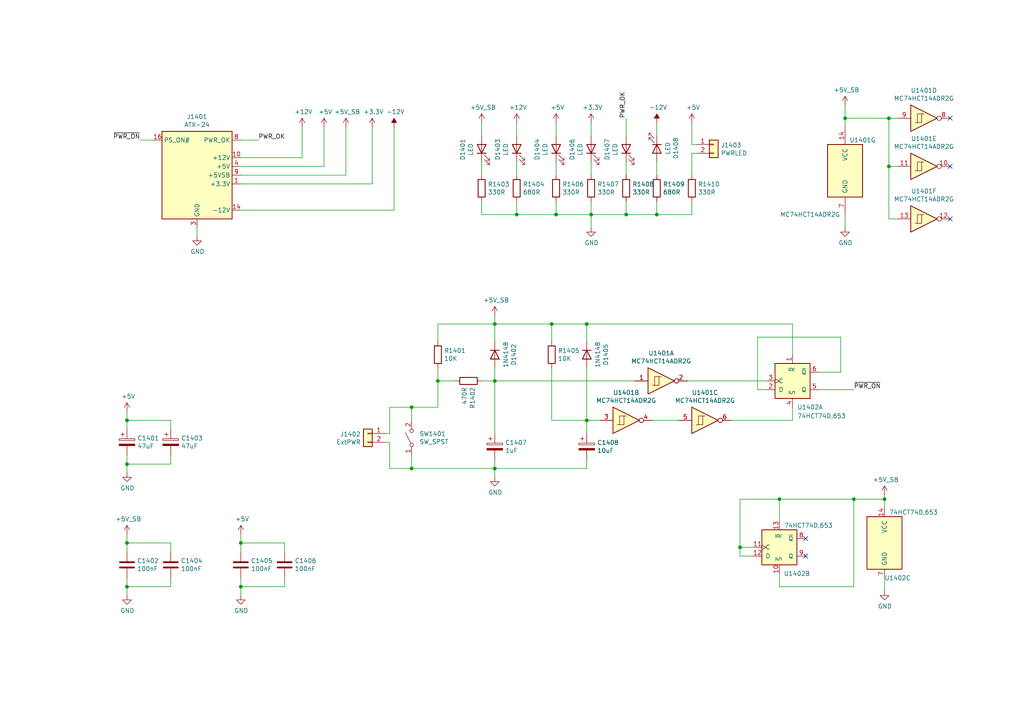
<source format=kicad_sch>
(kicad_sch (version 20211123) (generator eeschema)
  (paper "A4")
  (title_block (title "Y Ddraig Fawr") (company "Stephen Moody"))
  (lib_symbols
    (symbol "1N4148_1" (pin_numbers hide) (pin_names hide)
      (property "Reference" "D" (at 0 2.54 0))
      (property "Value" "1N4148_1" (at 0 -2.54 0))
      (symbol "1N4148_1_0_1"
        (polyline (pts (xy -1.27 1.27) (xy -1.27 -1.27)) (stroke (width 0.254)))
        (polyline (pts (xy 1.27 0) (xy -1.27 0)))
        (polyline (pts (xy 1.27 1.27) (xy 1.27 -1.27) (xy -1.27 0) (xy 1.27 1.27)) (stroke (width 0.254)))
      )
      (symbol "1N4148_1_1_1"
        (pin passive line (at -3.81 0 0) (length 2.54) (name "K") (number "1"))
        (pin passive line (at 3.81 0 180) (length 2.54) (name "A") (number "2"))
      )
    )
    (symbol "74xx:74LS14" (pin_names (offset 1.016))
      (property "Reference" "U" (at 0 1.27 0))
      (property "Value" "74LS14" (at 0 -1.27 0))
      (symbol "74LS14_1_0"
        (polyline (pts (xy -3.81 3.81) (xy -3.81 -3.81) (xy 3.81 0) (xy -3.81 3.81)) (stroke (width 0.254)) (fill (type background)))
        (pin input line (at -7.62 0 0) (length 3.81) (name "~") (number "1"))
        (pin output inverted (at 7.62 0 180) (length 3.81) (name "~") (number "2"))
      )
      (symbol "74LS14_1_1"
        (polyline (pts (xy -1.905 -1.27) (xy -1.905 1.27) (xy -0.635 1.27)))
        (polyline (pts (xy -2.54 -1.27) (xy -0.635 -1.27) (xy -0.635 1.27) (xy 0 1.27)))
      )
      (symbol "74LS14_2_0"
        (polyline (pts (xy -3.81 3.81) (xy -3.81 -3.81) (xy 3.81 0) (xy -3.81 3.81)) (stroke (width 0.254)) (fill (type background)))
        (pin input line (at -7.62 0 0) (length 3.81) (name "~") (number "3"))
        (pin output inverted (at 7.62 0 180) (length 3.81) (name "~") (number "4"))
      )
      (symbol "74LS14_2_1"
        (polyline (pts (xy -1.905 -1.27) (xy -1.905 1.27) (xy -0.635 1.27)))
        (polyline (pts (xy -2.54 -1.27) (xy -0.635 -1.27) (xy -0.635 1.27) (xy 0 1.27)))
      )
      (symbol "74LS14_3_0"
        (polyline (pts (xy -3.81 3.81) (xy -3.81 -3.81) (xy 3.81 0) (xy -3.81 3.81)) (stroke (width 0.254)) (fill (type background)))
        (pin input line (at -7.62 0 0) (length 3.81) (name "~") (number "5"))
        (pin output inverted (at 7.62 0 180) (length 3.81) (name "~") (number "6"))
      )
      (symbol "74LS14_3_1"
        (polyline (pts (xy -1.905 -1.27) (xy -1.905 1.27) (xy -0.635 1.27)))
        (polyline (pts (xy -2.54 -1.27) (xy -0.635 -1.27) (xy -0.635 1.27) (xy 0 1.27)))
      )
      (symbol "74LS14_4_0"
        (polyline (pts (xy -3.81 3.81) (xy -3.81 -3.81) (xy 3.81 0) (xy -3.81 3.81)) (stroke (width 0.254)) (fill (type background)))
        (pin output inverted (at 7.62 0 180) (length 3.81) (name "~") (number "8"))
        (pin input line (at -7.62 0 0) (length 3.81) (name "~") (number "9"))
      )
      (symbol "74LS14_4_1"
        (polyline (pts (xy -1.905 -1.27) (xy -1.905 1.27) (xy -0.635 1.27)))
        (polyline (pts (xy -2.54 -1.27) (xy -0.635 -1.27) (xy -0.635 1.27) (xy 0 1.27)))
      )
      (symbol "74LS14_5_0"
        (polyline (pts (xy -3.81 3.81) (xy -3.81 -3.81) (xy 3.81 0) (xy -3.81 3.81)) (stroke (width 0.254)) (fill (type background)))
        (pin output inverted (at 7.62 0 180) (length 3.81) (name "~") (number "10"))
        (pin input line (at -7.62 0 0) (length 3.81) (name "~") (number "11"))
      )
      (symbol "74LS14_5_1"
        (polyline (pts (xy -1.905 -1.27) (xy -1.905 1.27) (xy -0.635 1.27)))
        (polyline (pts (xy -2.54 -1.27) (xy -0.635 -1.27) (xy -0.635 1.27) (xy 0 1.27)))
      )
      (symbol "74LS14_6_0"
        (polyline (pts (xy -3.81 3.81) (xy -3.81 -3.81) (xy 3.81 0) (xy -3.81 3.81)) (stroke (width 0.254)) (fill (type background)))
        (pin output inverted (at 7.62 0 180) (length 3.81) (name "~") (number "12"))
        (pin input line (at -7.62 0 0) (length 3.81) (name "~") (number "13"))
      )
      (symbol "74LS14_6_1"
        (polyline (pts (xy -1.905 -1.27) (xy -1.905 1.27) (xy -0.635 1.27)))
        (polyline (pts (xy -2.54 -1.27) (xy -0.635 -1.27) (xy -0.635 1.27) (xy 0 1.27)))
      )
      (symbol "74LS14_7_0"
        (pin power_in line (at 0 12.7 270) (length 5.08) (name "VCC") (number "14"))
        (pin power_in line (at 0 -12.7 90) (length 5.08) (name "GND") (number "7"))
      )
      (symbol "74LS14_7_1"
        (rectangle (start -5.08 7.62) (end 5.08 -7.62) (stroke (width 0.254)) (fill (type background)))
      )
    )
    (symbol "74xx:74LS74" (pin_names (offset 1.016))
      (property "Reference" "U" (at -7.62 8.89 0))
      (property "Value" "74LS74" (at -7.62 -8.89 0))
      (symbol "74LS74_1_0"
        (pin input line (at 0 -7.62 90) (length 2.54) (name "~{R}") (number "1"))
        (pin input line (at -7.62 2.54 0) (length 2.54) (name "D") (number "2"))
        (pin input clock (at -7.62 0 0) (length 2.54) (name "C") (number "3"))
        (pin input line (at 0 7.62 270) (length 2.54) (name "~{S}") (number "4"))
        (pin output line (at 7.62 2.54 180) (length 2.54) (name "Q") (number "5"))
        (pin output line (at 7.62 -2.54 180) (length 2.54) (name "~{Q}") (number "6"))
      )
      (symbol "74LS74_1_1"
        (rectangle (start -5.08 5.08) (end 5.08 -5.08) (stroke (width 0.254)) (fill (type background)))
      )
      (symbol "74LS74_2_0"
        (pin input line (at 0 7.62 270) (length 2.54) (name "~{S}") (number "10"))
        (pin input clock (at -7.62 0 0) (length 2.54) (name "C") (number "11"))
        (pin input line (at -7.62 2.54 0) (length 2.54) (name "D") (number "12"))
        (pin input line (at 0 -7.62 90) (length 2.54) (name "~{R}") (number "13"))
        (pin output line (at 7.62 -2.54 180) (length 2.54) (name "~{Q}") (number "8"))
        (pin output line (at 7.62 2.54 180) (length 2.54) (name "Q") (number "9"))
      )
      (symbol "74LS74_2_1"
        (rectangle (start -5.08 5.08) (end 5.08 -5.08) (stroke (width 0.254)) (fill (type background)))
      )
      (symbol "74LS74_3_0"
        (pin power_in line (at 0 10.16 270) (length 2.54) (name "VCC") (number "14"))
        (pin power_in line (at 0 -10.16 90) (length 2.54) (name "GND") (number "7"))
      )
      (symbol "74LS74_3_1"
        (rectangle (start -5.08 7.62) (end 5.08 -7.62) (stroke (width 0.254)) (fill (type background)))
      )
    )
    (symbol "Connector_Generic:Conn_01x02" (pin_names (offset 1.016) hide)
      (property "Reference" "J" (at 0 2.54 0))
      (property "Value" "Conn_01x02" (at 0 -5.08 0))
      (symbol "Conn_01x02_1_1"
        (rectangle (start -1.27 -2.413) (end 0 -2.667) (stroke (width 0.1524)))
        (rectangle (start -1.27 0.127) (end 0 -0.127) (stroke (width 0.1524)))
        (rectangle (start -1.27 1.27) (end 1.27 -3.81) (stroke (width 0.254)) (fill (type background)))
        (pin passive line (at -5.08 0 0) (length 3.81) (name "Pin_1") (number "1"))
        (pin passive line (at -5.08 -2.54 0) (length 3.81) (name "Pin_2") (number "2"))
      )
    )
    (symbol "Ddraig:+5V_SB" (power) (pin_names (offset 0))
      (property "Value" "+5V_SB" (at 0 3.556 0))
      (symbol "+5V_SB_0_1"
        (polyline (pts (xy -0.762 1.27) (xy 0 2.54)))
        (polyline (pts (xy 0 0) (xy 0 2.54)))
        (polyline (pts (xy 0 2.54) (xy 0.762 1.27)))
      )
      (symbol "+5V_SB_1_1"
        (pin power_in line (at 0 0 90) (length 0) hide (name "+5V_SB") (number "1"))
      )
    )
    (symbol "Ddraig:ATX-24"
      (property "Reference" "J" (at -8.89 13.97 0))
      (property "Value" "ATX-24" (at 6.35 13.97 0))
      (symbol "ATX-24_0_1"
        (rectangle (start -10.16 12.7) (end 10.16 -12.7) (stroke (width 0.254)) (fill (type background)))
      )
      (symbol "ATX-24_1_1"
        (pin power_out line (at 12.7 -2.54 180) (length 2.54) (name "+3.3V") (number "1"))
        (pin power_out line (at 12.7 5.08 180) (length 2.54) (name "+12V") (number "10"))
        (pin passive line (at 12.7 5.08 180) (length 2.54) hide (name "+12V") (number "11"))
        (pin passive line (at 12.7 -2.54 180) (length 2.54) hide (name "+3.3V") (number "12"))
        (pin passive line (at 12.7 -2.54 180) (length 2.54) hide (name "+3.3V") (number "13"))
        (pin power_out line (at 12.7 -10.16 180) (length 2.54) (name "-12V") (number "14"))
        (pin passive line (at 0 -15.24 90) (length 2.54) hide (name "GND") (number "15"))
        (pin input line (at -12.7 10.16 0) (length 2.54) (name "PS_ON#") (number "16"))
        (pin passive line (at 0 -15.24 90) (length 2.54) hide (name "GND") (number "17"))
        (pin passive line (at 0 -15.24 90) (length 2.54) hide (name "GND") (number "18"))
        (pin passive line (at 0 -15.24 90) (length 2.54) hide (name "GND") (number "19"))
        (pin passive line (at 12.7 -2.54 180) (length 2.54) hide (name "+3.3V") (number "2"))
        (pin no_connect line (at -10.16 0 0) (length 2.54) hide (name "NC") (number "20"))
        (pin passive line (at 12.7 2.54 180) (length 2.54) hide (name "+5V") (number "21"))
        (pin passive line (at 12.7 2.54 180) (length 2.54) hide (name "+5V") (number "22"))
        (pin passive line (at 12.7 2.54 180) (length 2.54) hide (name "+5V") (number "23"))
        (pin passive line (at 0 -15.24 90) (length 2.54) hide (name "GND") (number "24"))
        (pin power_out line (at 0 -15.24 90) (length 2.54) (name "GND") (number "3"))
        (pin power_out line (at 12.7 2.54 180) (length 2.54) (name "+5V") (number "4"))
        (pin passive line (at 0 -15.24 90) (length 2.54) hide (name "GND") (number "5"))
        (pin passive line (at 12.7 2.54 180) (length 2.54) hide (name "+5V") (number "6"))
        (pin passive line (at 0 -15.24 90) (length 2.54) hide (name "GND") (number "7"))
        (pin output line (at 12.7 10.16 180) (length 2.54) (name "PWR_OK") (number "8"))
        (pin power_out line (at 12.7 0 180) (length 2.54) (name "+5VSB") (number "9"))
      )
    )
    (symbol "Device:C" (pin_numbers hide) (pin_names (offset 0.254))
      (property "Reference" "C" (at 0.635 2.54 0))
      (property "Value" "C" (at 0.635 -2.54 0))
      (symbol "C_0_1"
        (polyline (pts (xy -2.032 -0.762) (xy 2.032 -0.762)) (stroke (width 0.508)))
        (polyline (pts (xy -2.032 0.762) (xy 2.032 0.762)) (stroke (width 0.508)))
      )
      (symbol "C_1_1"
        (pin passive line (at 0 3.81 270) (length 2.794) (name "~") (number "1"))
        (pin passive line (at 0 -3.81 90) (length 2.794) (name "~") (number "2"))
      )
    )
    (symbol "Device:C_Polarized" (pin_numbers hide) (pin_names (offset 0.254))
      (property "Reference" "C" (at 0.635 2.54 0))
      (property "Value" "C_Polarized" (at 0.635 -2.54 0))
      (symbol "C_Polarized_0_1"
        (rectangle (start -2.286 0.508) (end 2.286 1.016))
        (polyline (pts (xy -1.778 2.286) (xy -0.762 2.286)))
        (polyline (pts (xy -1.27 2.794) (xy -1.27 1.778)))
        (rectangle (start 2.286 -0.508) (end -2.286 -1.016) (fill (type outline)))
      )
      (symbol "C_Polarized_1_1"
        (pin passive line (at 0 3.81 270) (length 2.794) (name "~") (number "1"))
        (pin passive line (at 0 -3.81 90) (length 2.794) (name "~") (number "2"))
      )
    )
    (symbol "Device:LED" (pin_numbers hide) (pin_names (offset 1.016) hide)
      (property "Reference" "D" (at 0 2.54 0))
      (property "Value" "LED" (at 0 -2.54 0))
      (symbol "LED_0_1"
        (polyline (pts (xy -1.27 -1.27) (xy -1.27 1.27)) (stroke (width 0.254)))
        (polyline (pts (xy -1.27 0) (xy 1.27 0)))
        (polyline (pts (xy 1.27 -1.27) (xy 1.27 1.27) (xy -1.27 0) (xy 1.27 -1.27)) (stroke (width 0.254)))
        (polyline (pts (xy -3.048 -0.762) (xy -4.572 -2.286) (xy -3.81 -2.286) (xy -4.572 -2.286) (xy -4.572 -1.524)))
        (polyline (pts (xy -1.778 -0.762) (xy -3.302 -2.286) (xy -2.54 -2.286) (xy -3.302 -2.286) (xy -3.302 -1.524)))
      )
      (symbol "LED_1_1"
        (pin passive line (at -3.81 0 0) (length 2.54) (name "K") (number "1"))
        (pin passive line (at 3.81 0 180) (length 2.54) (name "A") (number "2"))
      )
    )
    (symbol "Device:R" (pin_numbers hide) (pin_names (offset 0))
      (property "Reference" "R" (at 2.032 0 90))
      (property "Value" "R" (at 0 0 90))
      (symbol "R_0_1"
        (rectangle (start -1.016 -2.54) (end 1.016 2.54) (stroke (width 0.254)))
      )
      (symbol "R_1_1"
        (pin passive line (at 0 3.81 270) (length 1.27) (name "~") (number "1"))
        (pin passive line (at 0 -3.81 90) (length 1.27) (name "~") (number "2"))
      )
    )
    (symbol "Diode:1N4148" (pin_numbers hide) (pin_names hide)
      (property "Reference" "D" (at 0 2.54 0))
      (property "Value" "1N4148" (at 0 -2.54 0))
      (symbol "1N4148_0_1"
        (polyline (pts (xy -1.27 1.27) (xy -1.27 -1.27)) (stroke (width 0.254)))
        (polyline (pts (xy 1.27 0) (xy -1.27 0)))
        (polyline (pts (xy 1.27 1.27) (xy 1.27 -1.27) (xy -1.27 0) (xy 1.27 1.27)) (stroke (width 0.254)))
      )
      (symbol "1N4148_1_1"
        (pin passive line (at -3.81 0 0) (length 2.54) (name "K") (number "1"))
        (pin passive line (at 3.81 0 180) (length 2.54) (name "A") (number "2"))
      )
    )
    (symbol "Switch:SW_SPST" (pin_names (offset 0) hide)
      (property "Reference" "SW" (at 0 3.175 0))
      (property "Value" "SW_SPST" (at 0 -2.54 0))
      (symbol "SW_SPST_0_0"
        (circle (center -2.032 0) (radius 0.508))
        (polyline (pts (xy -1.524 0.254) (xy 1.524 1.778)))
        (circle (center 2.032 0) (radius 0.508))
      )
      (symbol "SW_SPST_1_1"
        (pin passive line (at -5.08 0 0) (length 2.54) (name "A") (number "1"))
        (pin passive line (at 5.08 0 180) (length 2.54) (name "B") (number "2"))
      )
    )
    (symbol "power:+12V" (power) (pin_names (offset 0))
      (property "Value" "+12V" (at 0 3.556 0))
      (symbol "+12V_0_1"
        (polyline (pts (xy -0.762 1.27) (xy 0 2.54)))
        (polyline (pts (xy 0 0) (xy 0 2.54)))
        (polyline (pts (xy 0 2.54) (xy 0.762 1.27)))
      )
      (symbol "+12V_1_1"
        (pin power_in line (at 0 0 90) (length 0) hide (name "+12V") (number "1"))
      )
    )
    (symbol "power:+3.3V" (power) (pin_names (offset 0))
      (property "Value" "+3.3V" (at 0 3.556 0))
      (symbol "+3.3V_0_1"
        (polyline (pts (xy -0.762 1.27) (xy 0 2.54)))
        (polyline (pts (xy 0 0) (xy 0 2.54)))
        (polyline (pts (xy 0 2.54) (xy 0.762 1.27)))
      )
      (symbol "+3.3V_1_1"
        (pin power_in line (at 0 0 90) (length 0) hide (name "+3.3V") (number "1"))
      )
    )
    (symbol "power:+5V" (power) (pin_names (offset 0))
      (property "Value" "+5V" (at 0 3.556 0))
      (symbol "+5V_0_1"
        (polyline (pts (xy -0.762 1.27) (xy 0 2.54)))
        (polyline (pts (xy 0 0) (xy 0 2.54)))
        (polyline (pts (xy 0 2.54) (xy 0.762 1.27)))
      )
      (symbol "+5V_1_1"
        (pin power_in line (at 0 0 90) (length 0) hide (name "+5V") (number "1"))
      )
    )
    (symbol "power:-12V" (power) (pin_names (offset 0))
      (property "Value" "-12V" (at 0 3.81 0))
      (symbol "-12V_0_0"
        (pin power_in line (at 0 0 90) (length 0) hide (name "-12V") (number "1"))
      )
      (symbol "-12V_0_1"
        (polyline (pts (xy 0 0) (xy 0 1.27) (xy 0.762 1.27) (xy 0 2.54) (xy -0.762 1.27) (xy 0 1.27)) (fill (type outline)))
      )
    )
    (symbol "power:GND" (power) (pin_names (offset 0))
      (property "Value" "GND" (at 0 -3.81 0))
      (symbol "GND_0_1"
        (polyline (pts (xy 0 0) (xy 0 -1.27) (xy 1.27 -1.27) (xy 0 -2.54) (xy -1.27 -1.27) (xy 0 -1.27)))
      )
      (symbol "GND_1_1"
        (pin power_in line (at 0 0 270) (length 0) hide (name "GND") (number "1"))
      )
    )
  )
  (junction (at 247.65 144.78))
  (junction (at 160.02 93.98))
  (junction (at 257.81 48.26))
  (junction (at 143.51 110.49))
  (junction (at 245.11 34.29))
  (junction (at 257.81 34.29))
  (junction (at 149.86 62.23))
  (junction (at 170.18 93.98))
  (junction (at 256.54 144.78))
  (junction (at 214.63 158.75))
  (junction (at 36.83 170.18))
  (junction (at 226.06 144.78))
  (junction (at 36.83 157.48))
  (junction (at 161.29 62.23))
  (junction (at 119.38 118.11))
  (junction (at 143.51 93.98))
  (junction (at 143.51 135.89))
  (junction (at 36.83 134.62))
  (junction (at 36.83 121.92))
  (junction (at 181.61 62.23))
  (junction (at 190.5 62.23))
  (junction (at 119.38 135.89))
  (junction (at 127 110.49))
  (junction (at 69.85 170.18))
  (junction (at 170.18 121.92))
  (junction (at 69.85 157.48))
  (junction (at 171.45 62.23))
  (no_connect (at 275.59 63.5))
  (no_connect (at 233.68 161.29))
  (no_connect (at 233.68 156.21))
  (no_connect (at 275.59 48.26))
  (no_connect (at 275.59 34.29))
  (wire (pts (xy 190.5 50.8) (xy 190.5 46.99)))
  (wire (pts (xy 69.85 170.18) (xy 82.55 170.18)))
  (wire (pts (xy 143.51 135.89) (xy 143.51 138.43)))
  (wire (pts (xy 114.3 60.96) (xy 114.3 36.83)))
  (wire (pts (xy 119.38 121.92) (xy 119.38 118.11)))
  (wire (pts (xy 127 118.11) (xy 119.38 118.11)))
  (wire (pts (xy 161.29 46.99) (xy 161.29 50.8)))
  (wire (pts (xy 36.83 160.02) (xy 36.83 157.48)))
  (wire (pts (xy 189.23 121.92) (xy 196.85 121.92)))
  (wire (pts (xy 226.06 144.78) (xy 214.63 144.78)))
  (wire (pts (xy 149.86 62.23) (xy 161.29 62.23)))
  (wire (pts (xy 170.18 121.92) (xy 170.18 125.73)))
  (wire (pts (xy 49.53 170.18) (xy 49.53 167.64)))
  (wire (pts (xy 214.63 161.29) (xy 218.44 161.29)))
  (wire (pts (xy 237.49 113.03) (xy 247.65 113.03)))
  (wire (pts (xy 36.83 121.92) (xy 36.83 119.38)))
  (wire (pts (xy 245.11 36.83) (xy 245.11 34.29)))
  (wire (pts (xy 100.33 50.8) (xy 100.33 36.83)))
  (wire (pts (xy 212.09 121.92) (xy 229.87 121.92)))
  (wire (pts (xy 139.7 35.56) (xy 139.7 39.37)))
  (wire (pts (xy 257.81 34.29) (xy 260.35 34.29)))
  (wire (pts (xy 160.02 93.98) (xy 170.18 93.98)))
  (wire (pts (xy 237.49 107.95) (xy 243.84 107.95)))
  (wire (pts (xy 113.03 118.11) (xy 119.38 118.11)))
  (wire (pts (xy 143.51 133.35) (xy 143.51 135.89)))
  (wire (pts (xy 149.86 46.99) (xy 149.86 50.8)))
  (wire (pts (xy 69.85 157.48) (xy 82.55 157.48)))
  (wire (pts (xy 161.29 58.42) (xy 161.29 62.23)))
  (wire (pts (xy 69.85 157.48) (xy 69.85 154.94)))
  (wire (pts (xy 257.81 48.26) (xy 257.81 63.5)))
  (wire (pts (xy 69.85 48.26) (xy 93.98 48.26)))
  (wire (pts (xy 257.81 34.29) (xy 257.81 48.26)))
  (wire (pts (xy 36.83 170.18) (xy 36.83 167.64)))
  (wire (pts (xy 69.85 60.96) (xy 114.3 60.96)))
  (wire (pts (xy 143.51 110.49) (xy 143.51 125.73)))
  (wire (pts (xy 93.98 48.26) (xy 93.98 36.83)))
  (wire (pts (xy 247.65 144.78) (xy 226.06 144.78)))
  (wire (pts (xy 256.54 144.78) (xy 256.54 147.32)))
  (wire (pts (xy 199.39 110.49) (xy 222.25 110.49)))
  (wire (pts (xy 160.02 99.06) (xy 160.02 93.98)))
  (wire (pts (xy 113.03 128.27) (xy 113.03 135.89)))
  (wire (pts (xy 171.45 66.04) (xy 171.45 62.23)))
  (wire (pts (xy 161.29 62.23) (xy 171.45 62.23)))
  (wire (pts (xy 49.53 134.62) (xy 49.53 132.08)))
  (wire (pts (xy 171.45 39.37) (xy 171.45 35.56)))
  (wire (pts (xy 190.5 58.42) (xy 190.5 62.23)))
  (wire (pts (xy 69.85 50.8) (xy 100.33 50.8)))
  (wire (pts (xy 190.5 39.37) (xy 190.5 35.56)))
  (wire (pts (xy 149.86 58.42) (xy 149.86 62.23)))
  (wire (pts (xy 36.83 134.62) (xy 36.83 132.08)))
  (wire (pts (xy 201.93 44.45) (xy 200.66 44.45)))
  (wire (pts (xy 171.45 50.8) (xy 171.45 46.99)))
  (wire (pts (xy 170.18 135.89) (xy 170.18 133.35)))
  (wire (pts (xy 170.18 121.92) (xy 170.18 106.68)))
  (wire (pts (xy 69.85 45.72) (xy 87.63 45.72)))
  (wire (pts (xy 219.71 113.03) (xy 222.25 113.03)))
  (wire (pts (xy 127 106.68) (xy 127 110.49)))
  (wire (pts (xy 200.66 44.45) (xy 200.66 50.8)))
  (wire (pts (xy 161.29 35.56) (xy 161.29 39.37)))
  (wire (pts (xy 243.84 107.95) (xy 243.84 97.79)))
  (wire (pts (xy 143.51 91.44) (xy 143.51 93.98)))
  (wire (pts (xy 171.45 58.42) (xy 171.45 62.23)))
  (wire (pts (xy 82.55 170.18) (xy 82.55 167.64)))
  (wire (pts (xy 245.11 34.29) (xy 245.11 30.48)))
  (wire (pts (xy 226.06 166.37) (xy 226.06 170.18)))
  (wire (pts (xy 127 93.98) (xy 127 99.06)))
  (wire (pts (xy 36.83 124.46) (xy 36.83 121.92)))
  (wire (pts (xy 143.51 93.98) (xy 143.51 99.06)))
  (wire (pts (xy 127 110.49) (xy 127 118.11)))
  (wire (pts (xy 214.63 158.75) (xy 218.44 158.75)))
  (wire (pts (xy 113.03 135.89) (xy 119.38 135.89)))
  (wire (pts (xy 219.71 97.79) (xy 219.71 113.03)))
  (wire (pts (xy 214.63 144.78) (xy 214.63 158.75)))
  (wire (pts (xy 200.66 41.91) (xy 200.66 35.56)))
  (wire (pts (xy 257.81 63.5) (xy 260.35 63.5)))
  (wire (pts (xy 247.65 170.18) (xy 247.65 144.78)))
  (wire (pts (xy 245.11 34.29) (xy 257.81 34.29)))
  (wire (pts (xy 143.51 93.98) (xy 160.02 93.98)))
  (wire (pts (xy 36.83 137.16) (xy 36.83 134.62)))
  (wire (pts (xy 111.76 125.73) (xy 113.03 125.73)))
  (wire (pts (xy 36.83 172.72) (xy 36.83 170.18)))
  (wire (pts (xy 139.7 46.99) (xy 139.7 50.8)))
  (wire (pts (xy 119.38 135.89) (xy 143.51 135.89)))
  (wire (pts (xy 181.61 46.99) (xy 181.61 50.8)))
  (wire (pts (xy 36.83 170.18) (xy 49.53 170.18)))
  (wire (pts (xy 170.18 93.98) (xy 229.87 93.98)))
  (wire (pts (xy 69.85 53.34) (xy 107.95 53.34)))
  (wire (pts (xy 143.51 135.89) (xy 170.18 135.89)))
  (wire (pts (xy 200.66 62.23) (xy 200.66 58.42)))
  (wire (pts (xy 226.06 170.18) (xy 247.65 170.18)))
  (wire (pts (xy 119.38 132.08) (xy 119.38 135.89)))
  (wire (pts (xy 181.61 62.23) (xy 190.5 62.23)))
  (wire (pts (xy 44.45 40.64) (xy 40.64 40.64)))
  (wire (pts (xy 69.85 160.02) (xy 69.85 157.48)))
  (wire (pts (xy 143.51 93.98) (xy 127 93.98)))
  (wire (pts (xy 69.85 172.72) (xy 69.85 170.18)))
  (wire (pts (xy 160.02 121.92) (xy 160.02 106.68)))
  (wire (pts (xy 139.7 110.49) (xy 143.51 110.49)))
  (wire (pts (xy 49.53 157.48) (xy 49.53 160.02)))
  (wire (pts (xy 170.18 99.06) (xy 170.18 93.98)))
  (wire (pts (xy 229.87 93.98) (xy 229.87 102.87)))
  (wire (pts (xy 87.63 45.72) (xy 87.63 36.83)))
  (wire (pts (xy 69.85 170.18) (xy 69.85 167.64)))
  (wire (pts (xy 256.54 167.64) (xy 256.54 171.45)))
  (wire (pts (xy 243.84 97.79) (xy 219.71 97.79)))
  (wire (pts (xy 69.85 40.64) (xy 74.93 40.64)))
  (wire (pts (xy 201.93 41.91) (xy 200.66 41.91)))
  (wire (pts (xy 139.7 58.42) (xy 139.7 62.23)))
  (wire (pts (xy 107.95 53.34) (xy 107.95 36.83)))
  (wire (pts (xy 36.83 157.48) (xy 49.53 157.48)))
  (wire (pts (xy 181.61 39.37) (xy 181.61 34.29)))
  (wire (pts (xy 149.86 39.37) (xy 149.86 35.56)))
  (wire (pts (xy 245.11 66.04) (xy 245.11 62.23)))
  (wire (pts (xy 257.81 48.26) (xy 260.35 48.26)))
  (wire (pts (xy 139.7 62.23) (xy 149.86 62.23)))
  (wire (pts (xy 113.03 125.73) (xy 113.03 118.11)))
  (wire (pts (xy 49.53 121.92) (xy 49.53 124.46)))
  (wire (pts (xy 214.63 158.75) (xy 214.63 161.29)))
  (wire (pts (xy 36.83 121.92) (xy 49.53 121.92)))
  (wire (pts (xy 181.61 58.42) (xy 181.61 62.23)))
  (wire (pts (xy 170.18 121.92) (xy 160.02 121.92)))
  (wire (pts (xy 173.99 121.92) (xy 170.18 121.92)))
  (wire (pts (xy 57.15 68.58) (xy 57.15 66.04)))
  (wire (pts (xy 36.83 157.48) (xy 36.83 154.94)))
  (wire (pts (xy 36.83 134.62) (xy 49.53 134.62)))
  (wire (pts (xy 132.08 110.49) (xy 127 110.49)))
  (wire (pts (xy 247.65 144.78) (xy 256.54 144.78)))
  (wire (pts (xy 111.76 128.27) (xy 113.03 128.27)))
  (wire (pts (xy 82.55 157.48) (xy 82.55 160.02)))
  (wire (pts (xy 171.45 62.23) (xy 181.61 62.23)))
  (wire (pts (xy 256.54 143.51) (xy 256.54 144.78)))
  (wire (pts (xy 190.5 62.23) (xy 200.66 62.23)))
  (wire (pts (xy 143.51 106.68) (xy 143.51 110.49)))
  (wire (pts (xy 229.87 121.92) (xy 229.87 118.11)))
  (wire (pts (xy 143.51 110.49) (xy 184.15 110.49)))
  (wire (pts (xy 226.06 144.78) (xy 226.06 151.13)))
  (label "~{PWR_ON}" (at 40.64 40.64 180))
  (label "PWR_OK" (at 74.93 40.64 0))
  (label "PWR_OK" (at 181.61 34.29 90))
  (label "~{PWR_ON}" (at 247.65 113.03 0))
  (symbol (lib_id "Ddraig:ATX-24") (at 57.15 50.8 0) (unit 1)
    (property "Reference" "J1401" (at 57.15 33.8582 0))
    (property "Value" "ATX-24" (at 57.15 36.1696 0))
    (property "Footprint" "Ddraig:1-1775099-3" (effects hide))
    (property "Datasheet" "https://www.intel.com/content/dam/www/public/us/en/documents/guides/power-supply-design-guide-june.pdf#page=33" (effects hide))
  )
  (symbol (lib_id "Device:R") (at 160.02 102.87 0) (unit 1)
    (property "Reference" "R1405" (at 161.798 101.7016 0) (effects (justify left)))
    (property "Value" "10K" (at 161.798 104.013 0) (effects (justify left)))
    (property "Footprint" "Resistor_SMD:R_0805_2012Metric" (effects hide))
  )
  (symbol (lib_id "74xx:74LS14") (at 191.77 110.49 0) (unit 1)
    (property "Reference" "U1401" (at 191.77 102.4382 0))
    (property "Value" "MC74HCT14ADR2G" (at 191.77 104.7496 0))
    (property "Footprint" "Package_SO:SOIC-14_3.9x8.7mm_P1.27mm" (effects hide))
    (property "Datasheet" "http://www.ti.com/lit/gpn/sn74LS14" (effects hide))
  )
  (symbol (lib_id "74xx:74LS74") (at 229.87 110.49 0) (mirror x) (unit 1)
    (property "Reference" "U1402" (at 234.95 118.11 0))
    (property "Value" "74HCT74D,653 " (at 238.76 120.65 0))
    (property "Footprint" "Package_SO:SOIC-14_3.9x8.7mm_P1.27mm" (effects hide))
    (property "Datasheet" "74xx/74hc_hct74.pdf" (effects hide))
  )
  (symbol (lib_id "Device:C_Polarized") (at 170.18 129.54 0) (unit 1)
    (property "Reference" "C1408" (at 173.1772 128.3716 0) (effects (justify left)))
    (property "Value" "10uF" (at 173.1772 130.683 0) (effects (justify left)))
    (property "Footprint" "Capacitor_SMD:CP_Elec_4x5.3" (effects hide))
  )
  (symbol (lib_id "Diode:1N4148") (at 170.18 102.87 270) (unit 1)
    (property "Reference" "D1405" (at 175.6918 102.87 0))
    (property "Value" "1N4148" (at 173.3804 102.87 0))
    (property "Footprint" "Diode_SMD:D_SOD-323" (effects hide))
    (property "Datasheet" "https://assets.nexperia.com/documents/data-sheet/1N4148_1N4448.pdf" (effects hide))
  )
  (symbol (lib_id "Device:LED") (at 190.5 43.18 270) (unit 1)
    (property "Reference" "D1408" (at 196.0118 43.0022 0))
    (property "Value" "LED" (at 193.7004 43.0022 0))
    (property "Footprint" "LED_SMD:LED_1206_3216Metric" (effects hide))
  )
  (symbol (lib_id "Connector_Generic:Conn_01x02") (at 106.68 125.73 0) (mirror y) (unit 1)
    (property "Reference" "J1402" (at 104.648 125.9332 0) (effects (justify left)))
    (property "Value" "ExtPWR" (at 104.648 128.2446 0) (effects (justify left)))
    (property "Footprint" "Connector_PinHeader_2.54mm:PinHeader_1x02_P2.54mm_Vertical" (effects hide))
  )
  (symbol (lib_id "power:GND") (at 57.15 68.58 0) (unit 1)
    (property "Reference" "#PWR01405" (effects hide))
    (property "Value" "GND" (at 57.277 72.9742 0))
  )
  (symbol (lib_id "power:+3.3V") (at 107.95 36.83 0) (unit 1)
    (property "Reference" "#PWR01411" (effects hide))
    (property "Value" "+3.3V" (at 108.331 32.4358 0))
  )
  (symbol (lib_id "power:+12V") (at 87.63 36.83 0) (unit 1)
    (property "Reference" "#PWR01408" (effects hide))
    (property "Value" "+12V" (at 88.011 32.4358 0))
  )
  (symbol (lib_id "power:-12V") (at 114.3 36.83 0) (unit 1)
    (property "Reference" "#PWR01412" (effects hide))
    (property "Value" "-12V" (at 114.681 32.4358 0))
  )
  (symbol (lib_id "74xx:74LS14") (at 204.47 121.92 0) (unit 3)
    (property "Reference" "U1401" (at 204.47 113.8682 0))
    (property "Value" "MC74HCT14ADR2G" (at 204.47 116.1796 0))
    (property "Footprint" "Package_SO:SOIC-14_3.9x8.7mm_P1.27mm" (effects hide))
    (property "Datasheet" "http://www.ti.com/lit/gpn/sn74LS14" (effects hide))
  )
  (symbol (lib_id "74xx:74LS14") (at 181.61 121.92 0) (unit 2)
    (property "Reference" "U1401" (at 181.61 113.8682 0))
    (property "Value" "MC74HCT14ADR2G" (at 181.61 116.1796 0))
    (property "Footprint" "Package_SO:SOIC-14_3.9x8.7mm_P1.27mm" (effects hide))
    (property "Datasheet" "http://www.ti.com/lit/gpn/sn74LS14" (effects hide))
  )
  (symbol (lib_id "Device:C") (at 36.83 163.83 0) (unit 1)
    (property "Reference" "C1402" (at 39.751 162.6616 0) (effects (justify left)))
    (property "Value" "100nF" (at 39.751 164.973 0) (effects (justify left)))
    (property "Footprint" "Capacitor_SMD:C_0805_2012Metric" (effects hide))
  )
  (symbol (lib_id "Ddraig:+5V_SB") (at 143.51 91.44 0) (unit 1)
    (property "Reference" "#PWR01414" (effects hide))
    (property "Value" "+5V_SB" (at 143.891 87.0458 0))
  )
  (symbol (lib_id "Device:C_Polarized") (at 143.51 129.54 0) (unit 1)
    (property "Reference" "C1407" (at 146.5072 128.3716 0) (effects (justify left)))
    (property "Value" "1uF" (at 146.5072 130.683 0) (effects (justify left)))
    (property "Footprint" "Capacitor_SMD:CP_Elec_4x5.3" (effects hide))
  )
  (symbol (lib_id "power:GND") (at 143.51 138.43 0) (unit 1)
    (property "Reference" "#PWR01415" (effects hide))
    (property "Value" "GND" (at 143.637 142.8242 0))
  )
  (symbol (lib_name "1N4148_1") (lib_id "Diode:1N4148") (at 143.51 102.87 270) (unit 1)
    (property "Reference" "D1402" (at 149.0218 102.87 0))
    (property "Value" "1N4148" (at 146.7104 102.87 0))
    (property "Footprint" "Diode_SMD:D_SOD-323" (effects hide))
    (property "Datasheet" "https://assets.nexperia.com/documents/data-sheet/1N4148_1N4448.pdf" (effects hide))
  )
  (symbol (lib_id "Device:R") (at 127 102.87 0) (unit 1)
    (property "Reference" "R1401" (at 128.778 101.7016 0) (effects (justify left)))
    (property "Value" "10K" (at 128.778 104.013 0) (effects (justify left)))
    (property "Footprint" "Resistor_SMD:R_0805_2012Metric" (effects hide))
  )
  (symbol (lib_id "Device:R") (at 135.89 110.49 270) (unit 1)
    (property "Reference" "R1402" (at 137.0584 112.268 0) (effects (justify left)))
    (property "Value" "470R" (at 134.747 112.268 0) (effects (justify left)))
    (property "Footprint" "Resistor_SMD:R_0805_2012Metric" (effects hide))
  )
  (symbol (lib_id "Ddraig:+5V_SB") (at 36.83 154.94 0) (unit 1)
    (property "Reference" "#PWR01403" (effects hide))
    (property "Value" "+5V_SB" (at 37.211 150.5458 0))
  )
  (symbol (lib_id "power:GND") (at 36.83 172.72 0) (unit 1)
    (property "Reference" "#PWR01404" (effects hide))
    (property "Value" "GND" (at 36.957 177.1142 0))
  )
  (symbol (lib_id "Device:C") (at 49.53 163.83 0) (unit 1)
    (property "Reference" "C1404" (at 52.451 162.6616 0) (effects (justify left)))
    (property "Value" "100nF" (at 52.451 164.973 0) (effects (justify left)))
    (property "Footprint" "Capacitor_SMD:C_0805_2012Metric" (effects hide))
  )
  (symbol (lib_id "Connector_Generic:Conn_01x02") (at 207.01 41.91 0) (unit 1)
    (property "Reference" "J1403" (at 209.042 42.1132 0) (effects (justify left)))
    (property "Value" "PWRLED" (at 209.042 44.4246 0) (effects (justify left)))
    (property "Footprint" "Connector_PinHeader_2.54mm:PinHeader_1x02_P2.54mm_Vertical" (effects hide))
  )
  (symbol (lib_id "Device:LED") (at 181.61 43.18 90) (unit 1)
    (property "Reference" "D1407" (at 176.0982 43.3578 0))
    (property "Value" "LED" (at 178.4096 43.3578 0))
    (property "Footprint" "LED_SMD:LED_1206_3216Metric" (effects hide))
  )
  (symbol (lib_id "Device:LED") (at 171.45 43.18 90) (unit 1)
    (property "Reference" "D1406" (at 165.9382 43.3578 0))
    (property "Value" "LED" (at 168.2496 43.3578 0))
    (property "Footprint" "LED_SMD:LED_1206_3216Metric" (effects hide))
  )
  (symbol (lib_id "Device:LED") (at 161.29 43.18 90) (unit 1)
    (property "Reference" "D1404" (at 155.7782 43.3578 0))
    (property "Value" "LED" (at 158.0896 43.3578 0))
    (property "Footprint" "LED_SMD:LED_1206_3216Metric" (effects hide))
  )
  (symbol (lib_id "Device:LED") (at 149.86 43.18 90) (unit 1)
    (property "Reference" "D1403" (at 144.3482 43.3578 0))
    (property "Value" "LED" (at 146.6596 43.3578 0))
    (property "Footprint" "LED_SMD:LED_1206_3216Metric" (effects hide))
  )
  (symbol (lib_id "Device:LED") (at 139.7 43.18 90) (unit 1)
    (property "Reference" "D1401" (at 134.1882 43.3578 0))
    (property "Value" "LED" (at 136.4996 43.3578 0))
    (property "Footprint" "LED_SMD:LED_1206_3216Metric" (effects hide))
  )
  (symbol (lib_id "Device:R") (at 200.66 54.61 0) (unit 1)
    (property "Reference" "R1410" (at 202.438 53.4416 0) (effects (justify left)))
    (property "Value" "330R" (at 202.438 55.753 0) (effects (justify left)))
    (property "Footprint" "Resistor_SMD:R_0805_2012Metric" (effects hide))
  )
  (symbol (lib_id "Device:R") (at 190.5 54.61 0) (unit 1)
    (property "Reference" "R1409" (at 192.278 53.4416 0) (effects (justify left)))
    (property "Value" "680R" (at 192.278 55.753 0) (effects (justify left)))
    (property "Footprint" "Resistor_SMD:R_0805_2012Metric" (effects hide))
  )
  (symbol (lib_id "Device:R") (at 181.61 54.61 0) (unit 1)
    (property "Reference" "R1408" (at 183.388 53.4416 0) (effects (justify left)))
    (property "Value" "330R" (at 183.388 55.753 0) (effects (justify left)))
    (property "Footprint" "Resistor_SMD:R_0805_2012Metric" (effects hide))
  )
  (symbol (lib_id "Device:R") (at 171.45 54.61 0) (unit 1)
    (property "Reference" "R1407" (at 173.228 53.4416 0) (effects (justify left)))
    (property "Value" "330R" (at 173.228 55.753 0) (effects (justify left)))
    (property "Footprint" "Resistor_SMD:R_0805_2012Metric" (effects hide))
  )
  (symbol (lib_id "Device:R") (at 161.29 54.61 0) (unit 1)
    (property "Reference" "R1406" (at 163.068 53.4416 0) (effects (justify left)))
    (property "Value" "330R" (at 163.068 55.753 0) (effects (justify left)))
    (property "Footprint" "Resistor_SMD:R_0805_2012Metric" (effects hide))
  )
  (symbol (lib_id "Device:R") (at 149.86 54.61 0) (unit 1)
    (property "Reference" "R1404" (at 151.638 53.4416 0) (effects (justify left)))
    (property "Value" "680R" (at 151.638 55.753 0) (effects (justify left)))
    (property "Footprint" "Resistor_SMD:R_0805_2012Metric" (effects hide))
  )
  (symbol (lib_id "Device:R") (at 139.7 54.61 0) (unit 1)
    (property "Reference" "R1403" (at 141.478 53.4416 0) (effects (justify left)))
    (property "Value" "330R" (at 141.478 55.753 0) (effects (justify left)))
    (property "Footprint" "Resistor_SMD:R_0805_2012Metric" (effects hide))
  )
  (symbol (lib_id "power:GND") (at 171.45 66.04 0) (unit 1)
    (property "Reference" "#PWR01419" (effects hide))
    (property "Value" "GND" (at 171.577 70.4342 0))
  )
  (symbol (lib_id "power:-12V") (at 190.5 35.56 0) (unit 1)
    (property "Reference" "#PWR01420" (effects hide))
    (property "Value" "-12V" (at 190.881 31.1658 0))
  )
  (symbol (lib_id "Ddraig:+5V_SB") (at 139.7 35.56 0) (unit 1)
    (property "Reference" "#PWR01413" (effects hide))
    (property "Value" "+5V_SB" (at 140.081 31.1658 0))
  )
  (symbol (lib_id "power:+12V") (at 149.86 35.56 0) (unit 1)
    (property "Reference" "#PWR01416" (effects hide))
    (property "Value" "+12V" (at 150.241 31.1658 0))
  )
  (symbol (lib_id "power:+5V") (at 161.29 35.56 0) (unit 1)
    (property "Reference" "#PWR01417" (effects hide))
    (property "Value" "+5V" (at 161.671 31.1658 0))
  )
  (symbol (lib_id "power:+5V") (at 200.66 35.56 0) (unit 1)
    (property "Reference" "#PWR01421" (effects hide))
    (property "Value" "+5V" (at 201.041 31.1658 0))
  )
  (symbol (lib_id "power:+3.3V") (at 171.45 35.56 0) (unit 1)
    (property "Reference" "#PWR01418" (effects hide))
    (property "Value" "+3.3V" (at 171.831 31.1658 0))
  )
  (symbol (lib_id "74xx:74LS14") (at 267.97 48.26 0) (unit 5)
    (property "Reference" "U1401" (at 267.97 40.2082 0))
    (property "Value" "MC74HCT14ADR2G" (at 267.97 42.5196 0))
    (property "Footprint" "Package_SO:SOIC-14_3.9x8.7mm_P1.27mm" (effects hide))
    (property "Datasheet" "http://www.ti.com/lit/gpn/sn74LS14" (effects hide))
  )
  (symbol (lib_id "74xx:74LS14") (at 267.97 63.5 0) (unit 6)
    (property "Reference" "U1401" (at 267.97 55.4482 0))
    (property "Value" "MC74HCT14ADR2G" (at 267.97 57.7596 0))
    (property "Footprint" "Package_SO:SOIC-14_3.9x8.7mm_P1.27mm" (effects hide))
    (property "Datasheet" "http://www.ti.com/lit/gpn/sn74LS14" (effects hide))
  )
  (symbol (lib_id "74xx:74LS14") (at 267.97 34.29 0) (unit 4)
    (property "Reference" "U1401" (at 267.97 26.2382 0))
    (property "Value" "MC74HCT14ADR2G" (at 267.97 28.5496 0))
    (property "Footprint" "Package_SO:SOIC-14_3.9x8.7mm_P1.27mm" (effects hide))
    (property "Datasheet" "http://www.ti.com/lit/gpn/sn74LS14" (effects hide))
  )
  (symbol (lib_id "74xx:74LS14") (at 245.11 49.53 0) (unit 7)
    (property "Reference" "U1401" (at 250.19 40.64 0))
    (property "Value" "MC74HCT14ADR2G" (at 234.95 62.23 0))
    (property "Footprint" "Package_SO:SOIC-14_3.9x8.7mm_P1.27mm" (effects hide))
    (property "Datasheet" "http://www.ti.com/lit/gpn/sn74LS14" (effects hide))
  )
  (symbol (lib_id "power:GND") (at 245.11 66.04 0) (unit 1)
    (property "Reference" "#PWR01423" (effects hide))
    (property "Value" "GND" (at 245.237 70.4342 0))
  )
  (symbol (lib_id "Ddraig:+5V_SB") (at 245.11 30.48 0) (unit 1)
    (property "Reference" "#PWR01422" (effects hide))
    (property "Value" "+5V_SB" (at 245.491 26.0858 0))
  )
  (symbol (lib_id "Ddraig:+5V_SB") (at 100.33 36.83 0) (unit 1)
    (property "Reference" "#PWR01410" (effects hide))
    (property "Value" "+5V_SB" (at 100.711 32.4358 0))
  )
  (symbol (lib_id "74xx:74LS74") (at 226.06 158.75 0) (mirror x) (unit 2)
    (property "Reference" "U1402" (at 231.14 166.37 0))
    (property "Value" "74HCT74D,653 " (at 234.95 152.4 0))
    (property "Footprint" "Package_SO:SOIC-14_3.9x8.7mm_P1.27mm" (effects hide))
    (property "Datasheet" "74xx/74hc_hct74.pdf" (effects hide))
  )
  (symbol (lib_id "74xx:74LS74") (at 256.54 157.48 0) (unit 3)
    (property "Reference" "U1402" (at 260.35 167.64 0))
    (property "Value" "74HCT74D,653 " (at 265.43 148.59 0))
    (property "Footprint" "Package_SO:SOIC-14_3.9x8.7mm_P1.27mm" (effects hide))
    (property "Datasheet" "74xx/74hc_hct74.pdf" (effects hide))
  )
  (symbol (lib_id "power:GND") (at 256.54 171.45 0) (unit 1)
    (property "Reference" "#PWR01425" (effects hide))
    (property "Value" "GND" (at 256.667 175.8442 0))
  )
  (symbol (lib_id "Ddraig:+5V_SB") (at 256.54 143.51 0) (unit 1)
    (property "Reference" "#PWR01424" (effects hide))
    (property "Value" "+5V_SB" (at 256.921 139.1158 0))
  )
  (symbol (lib_id "Device:C") (at 69.85 163.83 0) (unit 1)
    (property "Reference" "C1405" (at 72.771 162.6616 0) (effects (justify left)))
    (property "Value" "100nF" (at 72.771 164.973 0) (effects (justify left)))
    (property "Footprint" "Capacitor_SMD:C_0805_2012Metric" (effects hide))
  )
  (symbol (lib_id "power:GND") (at 69.85 172.72 0) (unit 1)
    (property "Reference" "#PWR01407" (effects hide))
    (property "Value" "GND" (at 69.977 177.1142 0))
  )
  (symbol (lib_id "Device:C") (at 82.55 163.83 0) (unit 1)
    (property "Reference" "C1406" (at 85.471 162.6616 0) (effects (justify left)))
    (property "Value" "100nF" (at 85.471 164.973 0) (effects (justify left)))
    (property "Footprint" "Capacitor_SMD:C_0805_2012Metric" (effects hide))
  )
  (symbol (lib_id "power:+5V") (at 93.98 36.83 0) (unit 1)
    (property "Reference" "#PWR01409" (effects hide))
    (property "Value" "+5V" (at 94.361 32.4358 0))
  )
  (symbol (lib_id "power:+5V") (at 69.85 154.94 0) (unit 1)
    (property "Reference" "#PWR01406" (effects hide))
    (property "Value" "+5V" (at 70.231 150.5458 0))
  )
  (symbol (lib_id "Device:C_Polarized") (at 49.53 128.27 0) (unit 1)
    (property "Reference" "C1403" (at 52.5272 127.1016 0) (effects (justify left)))
    (property "Value" "47uF" (at 52.5272 129.413 0) (effects (justify left)))
    (property "Footprint" "Capacitor_SMD:CP_Elec_4x5.3" (effects hide))
  )
  (symbol (lib_id "power:GND") (at 36.83 137.16 0) (unit 1)
    (property "Reference" "#PWR01402" (effects hide))
    (property "Value" "GND" (at 36.957 141.5542 0))
  )
  (symbol (lib_id "power:+5V") (at 36.83 119.38 0) (unit 1)
    (property "Reference" "#PWR01401" (effects hide))
    (property "Value" "+5V" (at 37.211 114.9858 0))
  )
  (symbol (lib_id "Device:C_Polarized") (at 36.83 128.27 0) (unit 1)
    (property "Reference" "C1401" (at 39.8272 127.1016 0) (effects (justify left)))
    (property "Value" "47uF" (at 39.8272 129.413 0) (effects (justify left)))
    (property "Footprint" "Capacitor_SMD:CP_Elec_4x5.3" (effects hide))
  )
  (symbol (lib_id "Switch:SW_SPST") (at 119.38 127 90) (unit 1)
    (property "Reference" "SW1401" (at 121.6152 125.8316 90) (effects (justify right)))
    (property "Value" "SW_SPST" (at 121.6152 128.143 90) (effects (justify right)))
    (property "Footprint" "Button_Switch_THT:SW_PUSH_6mm_H4.3mm" (effects hide))
  )
)
</source>
